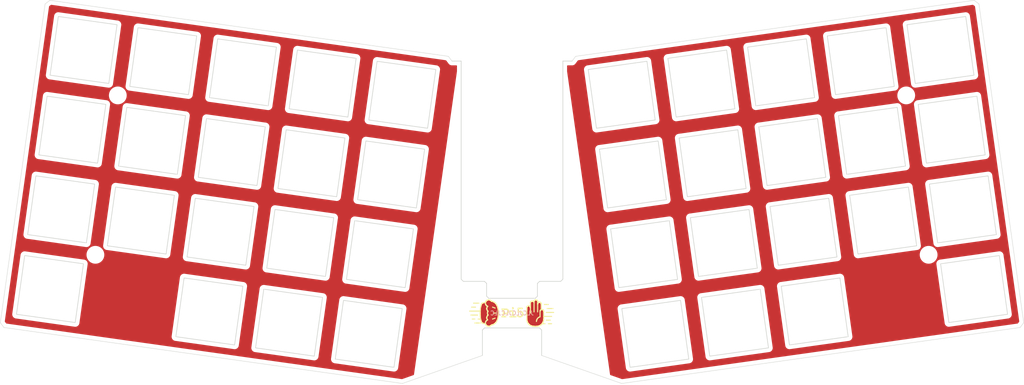
<source format=kicad_pcb>
(kicad_pcb (version 20211014) (generator pcbnew)
  (layers (0 "F.Cu" signal) (31 "B.Cu" signal) (34 "B.Paste" user) (35 "F.Paste" user) (36 "B.SilkS" user "B.Silkscreen") (37 "F.SilkS" user "F.Silkscreen") (38 "B.Mask" user) (39 "F.Mask" user) (44 "Edge.Cuts" user))
  (net 0 "")
  (footprint "MountingHole:MountingHole_2.2mm_M2" (layer "F.Cu") (at 235.569953 81.603467)
    (fp_text reference "H2" hide)
    (fp_text value "MountingHole_Pad")
    (pad "" np_thru_hole circle (at 0 0) (size 2.2 2.2) (drill 2.2) (layers *.Cu *.Mask))
  )
  (footprint "MountingHole:MountingHole_2.2mm_M2" (layer "F.Cu") (at 44.141063 119.234364)
    (fp_text reference "H3" hide)
    (fp_text value "MountingHole_Pad")
    (pad "" np_thru_hole circle (at 0 0) (size 2.2 2.2) (drill 2.2) (layers *.Cu *.Mask))
  )
  (footprint "MountingHole:MountingHole_2.2mm_M2" (layer "F.Cu") (at 49.429641 81.604177)
    (fp_text reference "H1" hide)
    (fp_text value "MountingHole_Pad")
    (pad "" np_thru_hole circle (at 0 0) (size 2.2 2.2) (drill 2.2) (layers *.Cu *.Mask))
  )
  (footprint "MountingHole:MountingHole_2.2mm_M2" (layer "F.Cu") (at 240.85853 119.233654)
    (fp_text reference "H4" hide)
    (fp_text value "MountingHole_Pad")
    (pad "" np_thru_hole circle (at 0 0) (size 2.2 2.2) (drill 2.2) (layers *.Cu *.Mask))
  )
  (footprint "custom:Pi5-logo" (layer "F.Cu") (at 142.761121 133.460098)
    (fp_text reference "REF**" hide)
    (fp_text value "Pi5-logo")
    (fp_poly (pts (xy -5.717668 -3.543911) (xy -5.669522 -3.539435) (xy -5.62226 -3.532085) (xy -5.575975 -3.521951) (xy -5.530753 -3.509121) (xy -5.486687 -3.493686) (xy -5.443863 -3.475735) (xy -5.402373 -3.455358) (xy -5.362306 -3.432645) (xy -5.32375 -3.407684) (xy -5.286796 -3.380566) (xy -5.251532 -3.35138) (xy -5.218049 -3.320217) (xy -5.186436 -3.287164) (xy -5.156782 -3.252313) (xy -5.129177 -3.215752) (xy -5.024566 -3.198132) (xy -4.923528 -3.174579) (xy -4.826045 -3.145235) (xy -4.732102 -3.110245) (xy -4.641681 -3.069751) (xy -4.554766 -3.023898) (xy -4.471341 -2.972828) (xy -4.39139 -2.916685) (xy -4.314895 -2.855613) (xy -4.241841 -2.789754) (xy -4.172211 -2.719254) (xy -4.105988 -2.644254) (xy -4.043156 -2.564898) (xy -3.983698 -2.48133) (xy -3.927599 -2.393694) (xy -3.874841 -2.302132) (xy -3.825408 -2.206789) (xy -3.779284 -2.107807) (xy -3.736451 -2.00533) (xy -3.696895 -1.899502) (xy -3.660597 -1.790466) (xy -3.627543 -1.678366) (xy -3.597714 -1.563345) (xy -3.571096 -1.445545) (xy -3.54767 -1.325112) (xy -3.527422 -1.202189) (xy -3.510334 -1.076918) (xy -3.496389 -0.949443) (xy -3.477867 -0.688456) (xy -3.471722 -0.420376) (xy -3.477867 -0.152315) (xy -3.496389 0.108656) (xy -3.527422 0.361387) (xy -3.571096 0.604732) (xy -3.627543 0.837542) (xy -3.696895 1.05867) (xy -3.779284 1.266968) (xy -3.874841 1.461288) (xy -3.983698 1.640481) (xy -4.105988 1.803401) (xy -4.172211 1.8784) (xy -4.241841 1.9489) (xy -4.314895 2.014757) (xy -4.39139 2.075829) (xy -4.471341 2.131971) (xy -4.554766 2.183041) (xy -4.641681 2.228894) (xy -4.732102 2.269387) (xy -4.826045 2.304377) (xy -4.923528 2.333721) (xy -5.024566 2.357274) (xy -5.129177 2.374894) (xy -5.156782 2.411455) (xy -5.186436 2.446306) (xy -5.218049 2.479359) (xy -5.251532 2.510522) (xy -5.286796 2.539708) (xy -5.32375 2.566826) (xy -5.362306 2.591787) (xy -5.402373 2.6145) (xy -5.443863 2.634877) (xy -5.486687 2.652828) (xy -5.530753 2.668263) (xy -5.575975 2.681092) (xy -5.62226 2.691227) (xy -5.669522 2.698577) (xy -5.717668 2.703052) (xy -5.742046 2.704184) (xy -5.766612 2.704564) (xy -5.802061 2.703772) (xy -5.837108 2.70142) (xy -5.871717 2.697541) (xy -5.905857 2.692169) (xy -5.939492 2.685337) (xy -5.97259 2.67708) (xy -6.005115 2.667431) (xy -6.037036 2.656423) (xy -6.068316 2.644091) (xy -6.098924 2.630468) (xy -6.128825 2.615588) (xy -6.157985 2.599484) (xy -6.18637 2.582191) (xy -6.213948 2.563741) (xy -6.240683 2.54417) (xy -6.266542 2.52351) (xy -6.315497 2.479059) (xy -6.360543 2.430659) (xy -6.381516 2.405062) (xy -6.40141 2.378578) (xy -6.420191 2.351243) (xy -6.437827 2.323088) (xy -6.454282 2.294149) (xy -6.469523 2.264458) (xy -6.483516 2.234049) (xy -6.496228 2.202957) (xy -6.507625 2.171214) (xy -6.517673 2.138855) (xy -6.526338 2.105913) (xy -6.533586 2.072422) (xy -6.547873 2.079619) (xy -7.17282 1.973785) (xy -7.204968 1.970833) (xy -7.236696 1.962056) (xy -7.267965 1.947573) (xy -7.298735 1.927503) (xy -7.328966 1.901964) (xy -7.35862 1.871075) (xy -7.387657 1.834956) (xy -7.416038 1.793725) (xy -7.443722 1.747501) (xy -7.470672 1.696403) (xy -7.496847 1.640549) (xy -7.522208 1.580059) (xy -7.546716 1.515051) (xy -7.570331 1.445644) (xy -7.593015 1.371958) (xy -7.614726 1.294111) (xy -7.655078 1.126408) (xy -7.691072 0.943487) (xy -7.722392 0.746298) (xy -7.748725 0.535793) (xy -7.769754 0.312923) (xy -7.785164 0.078637) (xy -7.794642 -0.166113) (xy -7.797871 -0.420376) (xy -7.794642 -0.674657) (xy -7.785164 -0.919419) (xy -7.769754 -1.153714) (xy -7.748725 -1.37659) (xy -7.722392 -1.587097) (xy -7.691072 -1.784285) (xy -7.655078 -1.967204) (xy -7.614726 -2.134902) (xy -7.570331 -2.286431) (xy -7.522208 -2.420839) (xy -7.470672 -2.537176) (xy -7.416038 -2.634492) (xy -7.35862 -2.711837) (xy -7.298735 -2.768259) (xy -7.267965 -2.788328) (xy -7.236696 -2.80281) (xy -7.204968 -2.811586) (xy -7.17282 -2.814538) (xy -6.547873 -2.920371) (xy -6.533586 -2.91328) (xy -6.526338 -2.946771) (xy -6.517673 -2.979713) (xy -6.507625 -3.012072) (xy -6.496228 -3.043815) (xy -6.483516 -3.074907) (xy -6.469523 -3.105316) (xy -6.454282 -3.135007) (xy -6.437827 -3.163946) (xy -6.420191 -3.192101) (xy -6.40141 -3.219437) (xy -6.381516 -3.24592) (xy -6.360543 -3.271517) (xy -6.338526 -3.296194) (xy -6.315497 -3.319917) (xy -6.291491 -3.342653) (xy -6.266542 -3.364368) (xy -6.240683 -3.385028) (xy -6.213948 -3.4046) (xy -6.18637 -3.423049) (xy -6.157985 -3.440342) (xy -6.128825 -3.456446) (xy -6.098924 -3.471326) (xy -6.068316 -3.484949) (xy -6.037036 -3.497282) (xy -6.005115 -3.508289) (xy -5.97259 -3.517939) (xy -5.939492 -3.526196) (xy -5.905857 -3.533028) (xy -5.871717 -3.5384) (xy -5.837108 -3.542279) (xy -5.802061 -3.544631) (xy -5.766612 -3.545423)) (layer "F.Cu") (width 0.08) (fill solid))
    (fp_poly (pts (xy 5.377423 -3.544891) (xy 5.399056 -3.543244) (xy 5.420376 -3.540531) (xy 5.441356 -3.536781) (xy 5.46197 -3.532018) (xy 5.48219 -3.526271) (xy 5.501989 -3.519567) (xy 5.521341 -3.511931) (xy 5.540219 -3.503392) (xy 5.558595 -3.493975) (xy 5.576444 -3.483708) (xy 5.593738 -3.472618) (xy 5.61045 -3.460732) (xy 5.626553 -3.448076) (xy 5.642021 -3.434677) (xy 5.656827 -3.420563) (xy 5.670944 -3.405759) (xy 5.684344 -3.390294) (xy 5.697002 -3.374193) (xy 5.70889 -3.357485) (xy 5.719981 -3.340195) (xy 5.730249 -3.32235) (xy 5.739666 -3.303978) (xy 5.748206 -3.285105) (xy 5.755842 -3.265758) (xy 5.762547 -3.245965) (xy 5.768294 -3.225751) (xy 5.773057 -3.205144) (xy 5.776808 -3.184171) (xy 5.77952 -3.162858) (xy 5.781167 -3.141233) (xy 5.781722 -3.119323) (xy 5.781722 -2.551094) (xy 5.782277 -2.573013) (xy 5.783923 -2.594645) (xy 5.786635 -2.615964) (xy 5.790384 -2.636943) (xy 5.795144 -2.657554) (xy 5.800889 -2.677772) (xy 5.807591 -2.697568) (xy 5.815224 -2.716917) (xy 5.82376 -2.735791) (xy 5.833174 -2.754164) (xy 5.843437 -2.772009) (xy 5.854524 -2.789298) (xy 5.866408 -2.806006) (xy 5.879061 -2.822105) (xy 5.892457 -2.837569) (xy 5.906569 -2.85237) (xy 5.921371 -2.866482) (xy 5.936834 -2.879878) (xy 5.952933 -2.892531) (xy 5.969641 -2.904415) (xy 5.986931 -2.915502) (xy 6.004775 -2.925766) (xy 6.023148 -2.935179) (xy 6.042022 -2.943716) (xy 6.061371 -2.951349) (xy 6.081167 -2.958051) (xy 6.101385 -2.963795) (xy 6.121996 -2.968556) (xy 6.142975 -2.972305) (xy 6.164294 -2.975016) (xy 6.185926 -2.976662) (xy 6.207845 -2.977217) (xy 6.229756 -2.976662) (xy 6.251381 -2.975016) (xy 6.272694 -2.972305) (xy 6.293667 -2.968556) (xy 6.314274 -2.963795) (xy 6.334488 -2.958051) (xy 6.354282 -2.951349) (xy 6.373628 -2.943716) (xy 6.392501 -2.935179) (xy 6.410873 -2.925766) (xy 6.428718 -2.915502) (xy 6.446008 -2.904415) (xy 6.462717 -2.892531) (xy 6.478817 -2.879878) (xy 6.494283 -2.866482) (xy 6.509086 -2.85237) (xy 6.5232 -2.837569) (xy 6.536599 -2.822105) (xy 6.549255 -2.806006) (xy 6.561141 -2.789298) (xy 6.572231 -2.772009) (xy 6.582498 -2.754164) (xy 6.591914 -2.735791) (xy 6.600454 -2.716917) (xy 6.608089 -2.697568) (xy 6.614794 -2.677772) (xy 6.620541 -2.657554) (xy 6.625303 -2.636943) (xy 6.629054 -2.615964) (xy 6.631766 -2.594645) (xy 6.633413 -2.573013) (xy 6.633968 -2.551094) (xy 6.633968 -1.248381) (xy 6.650793 -1.253958) (xy 6.667916 -1.258842) (xy 6.68532 -1.263017) (xy 6.70299 -1.26647) (xy 6.720907 -1.269182) (xy 6.729954 -1.270256) (xy 6.739056 -1.271139) (xy 6.748211 -1.271829) (xy 6.757419 -1.272325) (xy 6.766675 -1.272623) (xy 6.775979 -1.272723) (xy 6.797898 -1.272168) (xy 6.819531 -1.270521) (xy 6.840849 -1.267809) (xy 6.861828 -1.264058) (xy 6.882439 -1.259296) (xy 6.902657 -1.253549) (xy 6.922453 -1.246844) (xy 6.941802 -1.239208) (xy 6.960676 -1.230669) (xy 6.979049 -1.221252) (xy 6.996893 -1.210986) (xy 7.014183 -1.199896) (xy 7.03089 -1.188009) (xy 7.046989 -1.175353) (xy 7.062453 -1.161955) (xy 7.077254 -1.14784) (xy 7.091366 -1.133037) (xy 7.104762 -1.117571) (xy 7.117415 -1.101471) (xy 7.129299 -1.084762) (xy 7.140386 -1.067472) (xy 7.150649 -1.049627) (xy 7.160063 -1.031255) (xy 7.168599 -1.012382) (xy 7.176232 -0.993036) (xy 7.182934 -0.973242) (xy 7.188679 -0.953028) (xy 7.193439 -0.932422) (xy 7.197188 -0.911448) (xy 7.199899 -0.890136) (xy 7.201546 -0.868511) (xy 7.2021 -0.8466) (xy 7.2021 1) (xy 7.199881 1.08766) (xy 7.193294 1.174176) (xy 7.182446 1.25944) (xy 7.167446 1.343345) (xy 7.148401 1.425784) (xy 7.125418 1.506648) (xy 7.098605 1.585831) (xy 7.068068 1.663225) (xy 7.033916 1.738723) (xy 6.996256 1.812217) (xy 6.955195 1.883599) (xy 6.910841 1.952763) (xy 6.863301 2.0196) (xy 6.812682 2.084004) (xy 6.759093 2.145866) (xy 6.70264 2.20508) (xy 6.643431 2.261537) (xy 6.581573 2.315131) (xy 6.517174 2.365754) (xy 6.450341 2.413299) (xy 6.381181 2.457657) (xy 6.309803 2.498722) (xy 6.236313 2.536386) (xy 6.160819 2.570542) (xy 6.083428 2.601081) (xy 6.004247 2.627898) (xy 5.923385 2.650884) (xy 5.840949 2.669931) (xy 5.757045 2.684933) (xy 5.671782 2.695781) (xy 5.585267 2.702369) (xy 5.497607 2.704589) (xy 4.92938 2.704589) (xy 4.84172 2.702369) (xy 4.755205 2.695781) (xy 4.669941 2.684933) (xy 4.586038 2.669931) (xy 4.503601 2.650884) (xy 4.422739 2.627898) (xy 4.343559 2.601081) (xy 4.266168 2.570542) (xy 4.190674 2.536386) (xy 4.117184 2.498722) (xy 4.045805 2.457657) (xy 3.976645 2.413299) (xy 3.909812 2.365754) (xy 3.845413 2.315131) (xy 3.783555 2.261537) (xy 3.724346 2.20508) (xy 3.667893 2.145866) (xy 3.614303 2.084004) (xy 3.563685 2.0196) (xy 3.516145 1.952763) (xy 3.471791 1.883599) (xy 3.43073 1.812217) (xy 3.393069 1.738723) (xy 3.358917 1.663225) (xy 3.328381 1.585831) (xy 3.301567 1.506648) (xy 3.278584 1.425784) (xy 3.259539 1.343345) (xy 3.244539 1.25944) (xy 3.233692 1.174176) (xy 3.227104 1.08766) (xy 3.224885 1) (xy 3.224885 -1.698847) (xy 3.22544 -1.720757) (xy 3.227086 -1.742383) (xy 3.229797 -1.763695) (xy 3.233546 -1.784668) (xy 3.238307 -1.805275) (xy 3.244051 -1.825489) (xy 3.250753 -1.845283) (xy 3.258386 -1.864629) (xy 3.266923 -1.883502) (xy 3.276336 -1.901874) (xy 3.2866 -1.919719) (xy 3.297687 -1.937009) (xy 3.309571 -1.953718) (xy 3.322224 -1.969818) (xy 3.33562 -1.985283) (xy 3.349732 -2.000087) (xy 3.364533 -2.014201) (xy 3.379997 -2.0276) (xy 3.396096 -2.040256) (xy 3.412803 -2.052142) (xy 3.430093 -2.063233) (xy 3.447938 -2.073499) (xy 3.466311 -2.082916) (xy 3.485185 -2.091455) (xy 3.504534 -2.099091) (xy 3.52433 -2.105795) (xy 3.544547 -2.111542) (xy 3.565159 -2.116305) (xy 3.586137 -2.120056) (xy 3.607456 -2.122768) (xy 3.629089 -2.124415) (xy 3.651008 -2.12497) (xy 3.672919 -2.124415) (xy 3.694544 -2.122768) (xy 3.715856 -2.120056) (xy 3.73683 -2.116305) (xy 3.757436 -2.111542) (xy 3.77765 -2.105795) (xy 3.797444 -2.099091) (xy 3.816791 -2.091455) (xy 3.835663 -2.082916) (xy 3.854036 -2.073499) (xy 3.87188 -2.063233) (xy 3.88917 -2.052142) (xy 3.905879 -2.040256) (xy 3.92198 -2.0276) (xy 3.937445 -2.014201) (xy 3.952249 -2.000087) (xy 3.966363 -1.985283) (xy 3.979762 -1.969818) (xy 3.992418 -1.953718) (xy 4.004304 -1.937009) (xy 4.015395 -1.919719) (xy 4.025661 -1.901874) (xy 4.035078 -1.883502) (xy 4.043617 -1.864629) (xy 4.051253 -1.845283) (xy 4.057958 -1.825489) (xy 4.063705 -1.805275) (xy 4.068467 -1.784668) (xy 4.072218 -1.763695) (xy 4.07493 -1.742383) (xy 4.076577 -1.720757) (xy 4.077132 -1.698847) (xy 4.077132 -2.835208) (xy 4.077687 -2.857119) (xy 4.079335 -2.878744) (xy 4.082047 -2.900057) (xy 4.085798 -2.92103) (xy 4.09056 -2.941637) (xy 4.096307 -2.96185) (xy 4.103012 -2.981644) (xy 4.110647 -3.000991) (xy 4.119187 -3.019864) (xy 4.128603 -3.038236) (xy 4.13887 -3.05608) (xy 4.14996 -3.07337) (xy 4.161846 -3.090079) (xy 4.174502 -3.10618) (xy 4.187901 -3.121645) (xy 4.202016 -3.136448) (xy 4.216819 -3.150563) (xy 4.232284 -3.163961) (xy 4.248385 -3.176618) (xy 4.265093 -3.188504) (xy 4.282383 -3.199594) (xy 4.300228 -3.209861) (xy 4.3186 -3.219277) (xy 4.337473 -3.227817) (xy 4.35682 -3.235452) (xy 4.376613 -3.242157) (xy 4.396827 -3.247904) (xy 4.417434 -3.252666) (xy 4.438407 -3.256417) (xy 4.45972 -3.259129) (xy 4.481345 -3.260777) (xy 4.503255 -3.261332) (xy 4.525175 -3.260777) (xy 4.546807 -3.259129) (xy 4.568126 -3.256417) (xy 4.589105 -3.252666) (xy 4.609716 -3.247904) (xy 4.629933 -3.242157) (xy 4.64973 -3.235452) (xy 4.669079 -3.227817) (xy 4.687953 -3.219277) (xy 4.706326 -3.209861) (xy 4.724171 -3.199594) (xy 4.74146 -3.188504) (xy 4.758168 -3.176618) (xy 4.774267 -3.163961) (xy 4.789731 -3.150563) (xy 4.804532 -3.136448) (xy 4.818644 -3.121645) (xy 4.83204 -3.10618) (xy 4.844694 -3.090079) (xy 4.856577 -3.07337) (xy 4.867664 -3.05608) (xy 4.877928 -3.038236) (xy 4.887342 -3.019864) (xy 4.895879 -3.000991) (xy 4.903511 -2.981644) (xy 4.910213 -2.96185) (xy 4.915958 -2.941637) (xy 4.920718 -2.92103) (xy 4.924468 -2.900057) (xy 4.927179 -2.878744) (xy 4.928825 -2.857119) (xy 4.92938 -2.835208) (xy 4.92938 -3.119323) (xy 4.929935 -3.141233) (xy 4.931582 -3.162858) (xy 4.934295 -3.184171) (xy 4.938045 -3.205144) (xy 4.942808 -3.225751) (xy 4.948555 -3.245965) (xy 4.955259 -3.265758) (xy 4.962895 -3.285105) (xy 4.971434 -3.303978) (xy 4.980851 -3.32235) (xy 4.991118 -3.340195) (xy 5.002208 -3.357485) (xy 5.014094 -3.374193) (xy 5.02675 -3.390294) (xy 5.040149 -3.405759) (xy 5.054263 -3.420563) (xy 5.069066 -3.434677) (xy 5.084532 -3.448076) (xy 5.100632 -3.460732) (xy 5.117341 -3.472618) (xy 5.134631 -3.483708) (xy 5.152476 -3.493975) (xy 5.170848 -3.503392) (xy 5.189721 -3.511931) (xy 5.209067 -3.519567) (xy 5.228861 -3.526271) (xy 5.249075 -3.532018) (xy 5.269681 -3.536781) (xy 5.290655 -3.540531) (xy 5.311967 -3.543244) (xy 5.333592 -3.544891) (xy 5.355503 -3.545446)) (layer "F.Cu") (width 0.08) (fill solid))
  )
  (footprint "MountingHole:MountingHole_2.2mm_M2" (layer "F.Cu") (at 127.5 131)
    (fp_text reference "H5" hide)
    (fp_text value "MountingHole_Pad")
    (pad "" np_thru_hole circle (at 0 0) (size 2.2 2.2) (drill 2.2) (layers *.Cu *.Mask))
  )
  (footprint "MountingHole:MountingHole_2.2mm_M2" (layer "F.Cu") (at 157.5 131)
    (fp_text reference "H6" hide)
    (fp_text value "MountingHole_Pad")
    (pad "" np_thru_hole circle (at 0 0) (size 2.2 2.2) (drill 2.2) (layers *.Cu *.Mask))
  )
  (gr_poly (pts (xy 65.083894 124.702256) (xy 78.947647 126.650679) (xy 76.999224 140.514432) (xy 63.135471 138.566009)) (layer "Edge.Cuts") (width 0.15) (fill none))
  (gr_poly (pts (xy 168.42176 131.938547) (xy 182.285513 129.990123) (xy 184.233936 143.853876) (xy 170.370183 145.802299)) (layer "Edge.Cuts") (width 0.15) (fill none))
  (gr_line (start 148.5 126) (end 149 125.5) (layer "Edge.Cuts") (width 0.15))
  (gr_poly (pts (xy 48.91309 103.242874) (xy 62.776843 105.191297) (xy 60.828419 119.05505) (xy 46.964666 117.106627)) (layer "Edge.Cuts") (width 0.15) (fill none))
  (gr_line (start 136 125.5) (end 131 125.5) (layer "Edge.Cuts") (width 0.15))
  (gr_line (start 135.5 137) (end 136 136.5) (layer "Edge.Cuts") (width 0.15))
  (gr_poly (pts (xy 102.714081 129.990834) (xy 116.577834 131.939257) (xy 114.62941 145.80301) (xy 100.765657 143.854587)) (layer "Edge.Cuts") (width 0.15) (fill none))
  (gr_line (start 157.526117 72.375261) (end 251.601584 59.153817) (layer "Edge.Cuts") (width 0.1))
  (gr_poly (pts (xy 27.453708 119.413678) (xy 41.317461 121.362101) (xy 39.369037 135.225854) (xy 25.505284 133.277431)) (layer "Edge.Cuts") (width 0.15) (fill none))
  (gr_poly (pts (xy 32.742285 81.783491) (xy 46.606038 83.731915) (xy 44.657615 97.595668) (xy 30.793862 95.647244)) (layer "Edge.Cuts") (width 0.15) (fill none))
  (gr_poly (pts (xy 181.948276 91.664071) (xy 195.812028 89.715648) (xy 197.760452 103.579401) (xy 183.896699 105.527824)) (layer "Edge.Cuts") (width 0.15) (fill none))
  (gr_poly (pts (xy 179.303987 72.848978) (xy 193.16774 70.900554) (xy 195.116163 84.764307) (xy 181.25241 86.712731)) (layer "Edge.Cuts") (width 0.15) (fill none))
  (gr_line (start 148 129.5) (end 148.5 129) (layer "Edge.Cuts") (width 0.15))
  (gr_poly (pts (xy 89.187565 89.716358) (xy 103.051318 91.664782) (xy 101.102895 105.528535) (xy 87.239142 103.580111)) (layer "Edge.Cuts") (width 0.15) (fill none))
  (gr_poly (pts (xy 243.682133 121.361391) (xy 257.545886 119.412967) (xy 259.49431 133.27672) (xy 245.630557 135.225144)) (layer "Edge.Cuts") (width 0.15) (fill none))
  (gr_line (start 149.5 137) (end 149.5 143) (layer "Edge.Cuts") (width 0.15))
  (gr_line (start 251.601584 59.153817) (end 252.731025 60.004911) (layer "Edge.Cuts") (width 0.1))
  (gr_poly (pts (xy 67.728183 105.887163) (xy 81.591936 107.835586) (xy 79.643513 121.699339) (xy 65.77976 119.750916)) (layer "Edge.Cuts") (width 0.15) (fill none))
  (gr_line (start 136.5 126) (end 136 125.5) (layer "Edge.Cuts") (width 0.15))
  (gr_line (start 32.268569 60.005622) (end 33.39801 59.154527) (layer "Edge.Cuts") (width 0.1))
  (gr_line (start 168.381619 149.61617) (end 149.5 143) (layer "Edge.Cuts") (width 0.1))
  (gr_poly (pts (xy 86.543276 108.531451) (xy 100.407029 110.479875) (xy 98.458606 124.343628) (xy 84.594853 122.395204)) (layer "Edge.Cuts") (width 0.15) (fill none))
  (gr_line (start 136 136.5) (end 149 136.5) (layer "Edge.Cuts") (width 0.15))
  (gr_poly (pts (xy 165.777471 113.123453) (xy 179.641224 111.17503) (xy 181.589648 125.038783) (xy 167.725895 126.987206)) (layer "Edge.Cuts") (width 0.15) (fill none))
  (gr_line (start 262.457086 136.394726) (end 168.381619 149.61617) (layer "Edge.Cuts") (width 0.1))
  (gr_poly (pts (xy 54.201668 65.612687) (xy 68.065421 67.56111) (xy 66.116997 81.424863) (xy 52.253244 79.47644)) (layer "Edge.Cuts") (width 0.15) (fill none))
  (gr_line (start 149 136.5) (end 149.5 137) (layer "Edge.Cuts") (width 0.15))
  (gr_poly (pts (xy 110.646948 73.545554) (xy 124.510701 75.493977) (xy 122.562277 89.35773) (xy 108.698524 87.409307)) (layer "Edge.Cuts") (width 0.15) (fill none))
  (gr_poly (pts (xy 35.386574 62.968398) (xy 49.250327 64.916822) (xy 47.301904 78.780574) (xy 33.438151 76.832151)) (layer "Edge.Cuts") (width 0.15) (fill none))
  (gr_line (start 131 125.5) (end 130.5 125) (layer "Edge.Cuts") (width 0.15))
  (gr_poly (pts (xy 30.097997 100.598585) (xy 43.961749 102.547008) (xy 42.013326 116.410761) (xy 28.149573 114.462338)) (layer "Edge.Cuts") (width 0.15) (fill none))
  (gr_poly (pts (xy 70.372472 87.072069) (xy 84.236225 89.020493) (xy 82.287802 102.884246) (xy 68.424049 100.935822)) (layer "Edge.Cuts") (width 0.15) (fill none))
  (gr_poly (pts (xy 222.222751 105.190586) (xy 236.086504 103.242163) (xy 238.034927 117.105916) (xy 224.171174 119.054339)) (layer "Edge.Cuts") (width 0.15) (fill none))
  (gr_line (start 156.675022 73.504702) (end 154.5 73.5) (layer "Edge.Cuts") (width 0.15))
  (gr_poly (pts (xy 203.407658 107.834875) (xy 217.271411 105.886452) (xy 219.219834 119.750205) (xy 205.356081 121.698628)) (layer "Edge.Cuts") (width 0.15) (fill none))
  (gr_poly (pts (xy 83.898988 127.346545) (xy 97.76274 129.294968) (xy 95.814317 143.158721) (xy 81.950564 141.210298)) (layer "Edge.Cuts") (width 0.15) (fill none))
  (gr_line (start 135.5 143) (end 135.5 137) (layer "Edge.Cuts") (width 0.15))
  (gr_line (start 33.39801 59.154527) (end 127.473477 72.375972) (layer "Edge.Cuts") (width 0.1))
  (gr_poly (pts (xy 105.35837 111.17574) (xy 119.222123 113.124164) (xy 117.273699 126.987917) (xy 103.409946 125.039493)) (layer "Edge.Cuts") (width 0.15) (fill none))
  (gr_poly (pts (xy 216.934173 67.5604) (xy 230.797926 65.611976) (xy 232.74635 79.475729) (xy 218.882597 81.424153)) (layer "Edge.Cuts") (width 0.15) (fill none))
  (gr_poly (pts (xy 73.016761 68.256976) (xy 86.880514 70.205399) (xy 84.932091 84.069152) (xy 71.068338 82.120729)) (layer "Edge.Cuts") (width 0.15) (fill none))
  (gr_poly (pts (xy 241.037844 102.546298) (xy 254.901597 100.597874) (xy 256.850021 114.461627) (xy 242.986268 116.410051)) (layer "Edge.Cuts") (width 0.15) (fill none))
  (gr_line (start 130.5 125) (end 130.5 73.5) (layer "Edge.Cuts") (width 0.15))
  (gr_poly (pts (xy 163.133182 94.30836) (xy 176.996935 92.359937) (xy 178.945359 106.223689) (xy 165.081606 108.172113)) (layer "Edge.Cuts") (width 0.15) (fill none))
  (gr_line (start 137 129.5) (end 136.5 129) (layer "Edge.Cuts") (width 0.15))
  (gr_poly (pts (xy 91.831854 70.901265) (xy 105.695607 72.849688) (xy 103.747184 86.713441) (xy 89.883431 84.765018)) (layer "Edge.Cuts") (width 0.15) (fill none))
  (gr_line (start 154.5 73.5) (end 154.5 125) (layer "Edge.Cuts") (width 0.15))
  (gr_poly (pts (xy 238.393555 83.731204) (xy 252.257308 81.782781) (xy 254.205732 95.646534) (xy 240.341979 97.594957)) (layer "Edge.Cuts") (width 0.15) (fill none))
  (gr_poly (pts (xy 51.557379 84.42778) (xy 65.421132 86.376204) (xy 63.472708 100.239957) (xy 49.608955 98.291533)) (layer "Edge.Cuts") (width 0.15) (fill none))
  (gr_line (start 116.617975 149.616881) (end 22.542508 136.395436) (layer "Edge.Cuts") (width 0.1))
  (gr_poly (pts (xy 206.051947 126.649969) (xy 219.9157 124.701545) (xy 221.864123 138.565298) (xy 208.00037 140.513722)) (layer "Edge.Cuts") (width 0.15) (fill none))
  (gr_line (start 154 125.5) (end 154.5 125) (layer "Edge.Cuts") (width 0.15))
  (gr_poly (pts (xy 187.236853 129.294258) (xy 201.100606 127.345834) (xy 203.04903 141.209587) (xy 189.185277 143.158011)) (layer "Edge.Cuts") (width 0.15) (fill none))
  (gr_line (start 22.542508 136.395436) (end 21.691413 135.265995) (layer "Edge.Cuts") (width 0.1))
  (gr_line (start 263.308181 135.265285) (end 262.457086 136.394726) (layer "Edge.Cuts") (width 0.1))
  (gr_line (start 21.691413 135.265995) (end 32.268569 60.005622) (layer "Edge.Cuts") (width 0.1))
  (gr_poly (pts (xy 198.11908 70.204689) (xy 211.982833 68.256265) (xy 213.931256 82.120018) (xy 200.067503 84.068442)) (layer "Edge.Cuts") (width 0.15) (fill none))
  (gr_line (start 148.5 129) (end 148.5 126) (layer "Edge.Cuts") (width 0.15))
  (gr_line (start 149 125.5) (end 154 125.5) (layer "Edge.Cuts") (width 0.15))
  (gr_line (start 137 129.5) (end 148 129.5) (layer "Edge.Cuts") (width 0.15))
  (gr_poly (pts (xy 184.592564 110.479164) (xy 198.456317 108.530741) (xy 200.404741 122.394494) (xy 186.540988 124.342917)) (layer "Edge.Cuts") (width 0.15) (fill none))
  (gr_line (start 127.473477 72.375972) (end 128.324572 73.505413) (layer "Edge.Cuts") (width 0.1))
  (gr_poly (pts (xy 200.763369 89.019782) (xy 214.627122 87.071359) (xy 216.575545 100.935112) (xy 202.711792 102.883535)) (layer "Edge.Cuts") (width 0.15) (fill none))
  (gr_line (start 156.675022 73.504702) (end 157.526117 72.375261) (layer "Edge.Cuts") (width 0.1))
  (gr_poly (pts (xy 108.002659 92.360647) (xy 121.866412 94.30907) (xy 119.917988 108.172823) (xy 106.054235 106.2244)) (layer "Edge.Cuts") (width 0.15) (fill none))
  (gr_line (start 136.5 129) (end 136.5 126) (layer "Edge.Cuts") (width 0.15))
  (gr_line (start 252.731025 60.004911) (end 263.308181 135.265285) (layer "Edge.Cuts") (width 0.1))
  (gr_line (start 130.5 73.5) (end 128.324572 73.505413) (layer "Edge.Cuts") (width 0.15))
  (gr_poly (pts (xy 160.488893 75.493267) (xy 174.352646 73.544843) (xy 176.30107 87.408596) (xy 162.437317 89.35702)) (layer "Edge.Cuts") (width 0.15) (fill none))
  (gr_line (start 135.5 143) (end 116.617975 149.616881) (layer "Edge.Cuts") (width 0.1))
  (gr_poly (pts (xy 219.578462 86.375493) (xy 233.442215 84.42707) (xy 235.390639 98.290823) (xy 221.526886 100.239246)) (layer "Edge.Cuts") (width 0.15) (fill none))
  (gr_poly (pts (xy 235.749267 64.916111) (xy 249.613019 62.967688) (xy 251.561443 76.83144) (xy 237.69769 78.779864)) (layer "Edge.Cuts") (width 0.15) (fill none))
  (gr_text "JLCJLCJLCJLC" (at 142.5 133) (layer "B.SilkS") (effects (font (size 1 1)) (justify mirror)))
  (zone (net 0) (net_name "") (layer "F.Cu") (name "GND") (connect_pads (clearance 1)) (min_thickness 0.254) (fill yes (thermal_gap 0.508) (thermal_bridge_width 0.508))
    (polygon (pts (xy 252.8 60) (xy 263.3 135.2) (xy 262.5 136.4) (xy 166 150) (xy 155 72.4) (xy 251.7 59.1)))
  )
  (zone (net 0) (net_name "") (layer "F.Cu") (connect_pads (clearance 1)) (min_thickness 0.254) (fill yes (thermal_gap 0.508) (thermal_bridge_width 0.508))
    (polygon (pts (xy 130 72.4) (xy 119 150) (xy 22.5 136.4) (xy 21.7 135.3) (xy 32.3 60) (xy 33.4 59.1)))
  )
)
</source>
